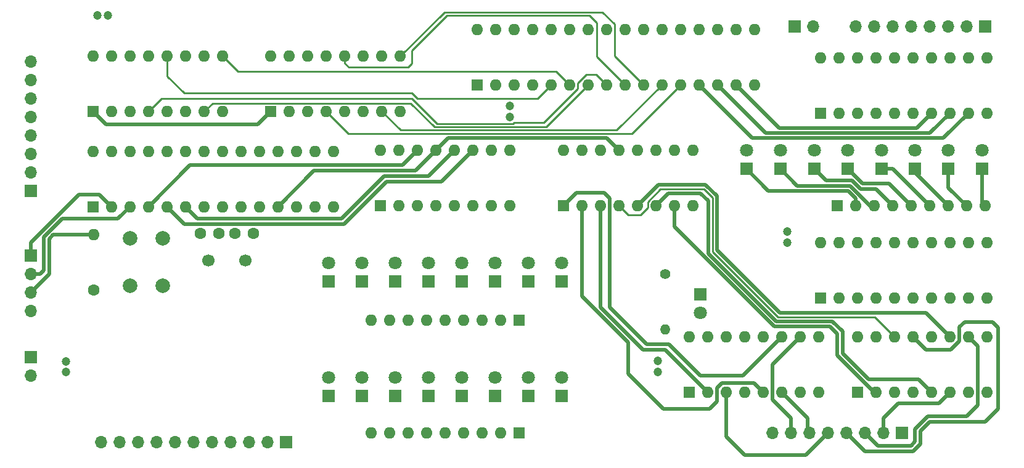
<source format=gbr>
%TF.GenerationSoftware,KiCad,Pcbnew,(5.1.9-0-10_14)*%
%TF.CreationDate,2021-05-02T01:57:54-04:00*%
%TF.ProjectId,RAM_PROGRAMMER,52414d5f-5052-44f4-9752-414d4d45522e,rev?*%
%TF.SameCoordinates,Original*%
%TF.FileFunction,Copper,L2,Inr*%
%TF.FilePolarity,Positive*%
%FSLAX46Y46*%
G04 Gerber Fmt 4.6, Leading zero omitted, Abs format (unit mm)*
G04 Created by KiCad (PCBNEW (5.1.9-0-10_14)) date 2021-05-02 01:57:54*
%MOMM*%
%LPD*%
G01*
G04 APERTURE LIST*
%TA.AperFunction,ComponentPad*%
%ADD10O,1.400000X1.400000*%
%TD*%
%TA.AperFunction,ComponentPad*%
%ADD11C,1.400000*%
%TD*%
%TA.AperFunction,ComponentPad*%
%ADD12C,1.800000*%
%TD*%
%TA.AperFunction,ComponentPad*%
%ADD13R,1.800000X1.800000*%
%TD*%
%TA.AperFunction,ComponentPad*%
%ADD14O,1.700000X1.700000*%
%TD*%
%TA.AperFunction,ComponentPad*%
%ADD15R,1.700000X1.700000*%
%TD*%
%TA.AperFunction,ComponentPad*%
%ADD16C,1.200000*%
%TD*%
%TA.AperFunction,ComponentPad*%
%ADD17O,1.600000X1.600000*%
%TD*%
%TA.AperFunction,ComponentPad*%
%ADD18R,1.600000X1.600000*%
%TD*%
%TA.AperFunction,ComponentPad*%
%ADD19C,1.700000*%
%TD*%
%TA.AperFunction,ComponentPad*%
%ADD20C,2.000000*%
%TD*%
%TA.AperFunction,ComponentPad*%
%ADD21C,1.600000*%
%TD*%
%TA.AperFunction,Conductor*%
%ADD22C,0.250000*%
%TD*%
%TA.AperFunction,Conductor*%
%ADD23C,0.500000*%
%TD*%
G04 APERTURE END LIST*
D10*
%TO.N,GND*%
%TO.C,R2*%
X174220000Y-122174000D03*
D11*
%TO.N,Net-(D25-Pad1)*%
X174220000Y-114554000D03*
%TD*%
D12*
%TO.N,/RAM_WE*%
%TO.C,D25*%
X179046000Y-119888000D03*
D13*
%TO.N,Net-(D25-Pad1)*%
X179046000Y-117348000D03*
%TD*%
D14*
%TO.N,Net-(J7-Pad11)*%
%TO.C,J7*%
X96750000Y-137668000D03*
%TO.N,Net-(J7-Pad10)*%
X99290000Y-137668000D03*
%TO.N,Net-(J7-Pad9)*%
X101830000Y-137668000D03*
%TO.N,Net-(J7-Pad8)*%
X104370000Y-137668000D03*
%TO.N,Net-(J7-Pad7)*%
X106910000Y-137668000D03*
%TO.N,Net-(J7-Pad6)*%
X109450000Y-137668000D03*
%TO.N,Net-(J7-Pad5)*%
X111990000Y-137668000D03*
%TO.N,Net-(J7-Pad4)*%
X114530000Y-137668000D03*
%TO.N,Net-(J7-Pad3)*%
X117070000Y-137668000D03*
%TO.N,Net-(J7-Pad2)*%
X119610000Y-137668000D03*
D15*
%TO.N,Net-(J7-Pad1)*%
X122150000Y-137668000D03*
%TD*%
D14*
%TO.N,GND*%
%TO.C,J6*%
X87098000Y-119634000D03*
%TO.N,/RESET*%
X87098000Y-117094000D03*
%TO.N,/TX*%
X87098000Y-114554000D03*
D15*
%TO.N,/RX*%
X87098000Y-112014000D03*
%TD*%
D16*
%TO.N,GND*%
%TO.C,C7*%
X97742000Y-78994000D03*
%TO.N,+5V*%
X96242000Y-78994000D03*
%TD*%
D14*
%TO.N,/RAM_OUT*%
%TO.C,J5*%
X194540000Y-80518000D03*
D15*
%TO.N,/RAM_READY*%
X192000000Y-80518000D03*
%TD*%
D17*
%TO.N,+5V*%
%TO.C,U10*%
X195556000Y-84836000D03*
%TO.N,GND*%
X218416000Y-92456000D03*
%TO.N,/RAM_OUT*%
X198096000Y-84836000D03*
%TO.N,Net-(D8-Pad2)*%
X215876000Y-92456000D03*
%TO.N,Net-(J4-Pad8)*%
X200636000Y-84836000D03*
%TO.N,Net-(D7-Pad2)*%
X213336000Y-92456000D03*
%TO.N,Net-(J4-Pad7)*%
X203176000Y-84836000D03*
%TO.N,Net-(D6-Pad2)*%
X210796000Y-92456000D03*
%TO.N,Net-(J4-Pad6)*%
X205716000Y-84836000D03*
%TO.N,Net-(D5-Pad2)*%
X208256000Y-92456000D03*
%TO.N,Net-(J4-Pad5)*%
X208256000Y-84836000D03*
%TO.N,Net-(D4-Pad2)*%
X205716000Y-92456000D03*
%TO.N,Net-(J4-Pad4)*%
X210796000Y-84836000D03*
%TO.N,Net-(D3-Pad2)*%
X203176000Y-92456000D03*
%TO.N,Net-(J4-Pad3)*%
X213336000Y-84836000D03*
%TO.N,Net-(D2-Pad2)*%
X200636000Y-92456000D03*
%TO.N,Net-(J4-Pad2)*%
X215876000Y-84836000D03*
%TO.N,Net-(D1-Pad2)*%
X198096000Y-92456000D03*
%TO.N,Net-(J4-Pad1)*%
X218416000Y-84836000D03*
D18*
%TO.N,+5V*%
X195556000Y-92456000D03*
%TD*%
D16*
%TO.N,GND*%
%TO.C,C6*%
X173204000Y-127992000D03*
%TO.N,+5V*%
X173204000Y-126492000D03*
%TD*%
D14*
%TO.N,Net-(J4-Pad8)*%
%TO.C,J4*%
X200382000Y-80518000D03*
%TO.N,Net-(J4-Pad7)*%
X202922000Y-80518000D03*
%TO.N,Net-(J4-Pad6)*%
X205462000Y-80518000D03*
%TO.N,Net-(J4-Pad5)*%
X208002000Y-80518000D03*
%TO.N,Net-(J4-Pad4)*%
X210542000Y-80518000D03*
%TO.N,Net-(J4-Pad3)*%
X213082000Y-80518000D03*
%TO.N,Net-(J4-Pad2)*%
X215622000Y-80518000D03*
D15*
%TO.N,Net-(J4-Pad1)*%
X218162000Y-80518000D03*
%TD*%
D19*
%TO.N,Net-(C2-Pad2)*%
%TO.C,Y1*%
X116558000Y-112698000D03*
%TO.N,Net-(C1-Pad2)*%
X111558000Y-112698000D03*
%TD*%
D17*
%TO.N,+5V*%
%TO.C,U9*%
X177546000Y-123190000D03*
%TO.N,GND*%
X195326000Y-130810000D03*
X180086000Y-123190000D03*
%TO.N,/DATA6*%
X192786000Y-130810000D03*
%TO.N,/D8*%
X182626000Y-123190000D03*
%TO.N,/DATA_IN6*%
X190246000Y-130810000D03*
%TO.N,/DATA_IN8*%
X185166000Y-123190000D03*
%TO.N,/D6*%
X187706000Y-130810000D03*
%TO.N,/DATA8*%
X187706000Y-123190000D03*
%TO.N,/DATA5*%
X185166000Y-130810000D03*
%TO.N,/D7*%
X190246000Y-123190000D03*
%TO.N,/DATA_IN5*%
X182626000Y-130810000D03*
%TO.N,/DATA_IN7*%
X192786000Y-123190000D03*
%TO.N,/D5*%
X180086000Y-130810000D03*
%TO.N,/DATA7*%
X195326000Y-123190000D03*
D18*
%TO.N,/RAM_WE*%
X177546000Y-130810000D03*
%TD*%
D17*
%TO.N,+5V*%
%TO.C,U8*%
X200660000Y-123190000D03*
%TO.N,GND*%
X218440000Y-130810000D03*
X203200000Y-123190000D03*
%TO.N,/DATA2*%
X215900000Y-130810000D03*
%TO.N,/D4*%
X205740000Y-123190000D03*
%TO.N,/DATA_IN2*%
X213360000Y-130810000D03*
%TO.N,/DATA_IN4*%
X208280000Y-123190000D03*
%TO.N,/D2*%
X210820000Y-130810000D03*
%TO.N,/DATA4*%
X210820000Y-123190000D03*
%TO.N,/DATA1*%
X208280000Y-130810000D03*
%TO.N,/D3*%
X213360000Y-123190000D03*
%TO.N,/DATA_IN1*%
X205740000Y-130810000D03*
%TO.N,/DATA_IN3*%
X215900000Y-123190000D03*
%TO.N,/D1*%
X203200000Y-130810000D03*
%TO.N,/DATA3*%
X218440000Y-123190000D03*
D18*
%TO.N,/PROG_RAM_WE*%
X200660000Y-130810000D03*
%TD*%
D17*
%TO.N,+5V*%
%TO.C,U7*%
X95710000Y-84582000D03*
%TO.N,GND*%
X113490000Y-92202000D03*
X98250000Y-84582000D03*
%TO.N,/A6*%
X110950000Y-92202000D03*
%TO.N,/ADR8*%
X100790000Y-84582000D03*
%TO.N,/ADR_IN6*%
X108410000Y-92202000D03*
%TO.N,/ADR_IN8*%
X103330000Y-84582000D03*
%TO.N,/ADR6*%
X105870000Y-92202000D03*
%TO.N,/A8*%
X105870000Y-84582000D03*
%TO.N,/A5*%
X103330000Y-92202000D03*
%TO.N,/ADR7*%
X108410000Y-84582000D03*
%TO.N,/ADR_IN5*%
X100790000Y-92202000D03*
%TO.N,/ADR_IN7*%
X110950000Y-84582000D03*
%TO.N,/ADR5*%
X98250000Y-92202000D03*
%TO.N,/A7*%
X113490000Y-84582000D03*
D18*
%TO.N,/RAM_WE*%
X95710000Y-92202000D03*
%TD*%
D17*
%TO.N,+5V*%
%TO.C,U6*%
X120094000Y-84582000D03*
%TO.N,GND*%
X137874000Y-92202000D03*
X122634000Y-84582000D03*
%TO.N,/A2*%
X135334000Y-92202000D03*
%TO.N,/ADR4*%
X125174000Y-84582000D03*
%TO.N,/ADR_IN2*%
X132794000Y-92202000D03*
%TO.N,/ADR_IN4*%
X127714000Y-84582000D03*
%TO.N,/ADR2*%
X130254000Y-92202000D03*
%TO.N,/A4*%
X130254000Y-84582000D03*
%TO.N,/A1*%
X127714000Y-92202000D03*
%TO.N,/ADR3*%
X132794000Y-84582000D03*
%TO.N,/ADR_IN1*%
X125174000Y-92202000D03*
%TO.N,/ADR_IN3*%
X135334000Y-84582000D03*
%TO.N,/ADR1*%
X122634000Y-92202000D03*
%TO.N,/A3*%
X137874000Y-84582000D03*
D18*
%TO.N,/RAM_WE*%
X120094000Y-92202000D03*
%TD*%
%TO.N,/D7*%
%TO.C,U5*%
X160274000Y-105156000D03*
D17*
%TO.N,Net-(U5-Pad9)*%
X178054000Y-97536000D03*
%TO.N,/D6*%
X162814000Y-105156000D03*
%TO.N,+5V*%
X175514000Y-97536000D03*
%TO.N,/D5*%
X165354000Y-105156000D03*
%TO.N,/SH_CLK*%
X172974000Y-97536000D03*
%TO.N,/D4*%
X167894000Y-105156000D03*
%TO.N,/SH_LATCH*%
X170434000Y-97536000D03*
%TO.N,/D3*%
X170434000Y-105156000D03*
%TO.N,/SH_OE*%
X167894000Y-97536000D03*
%TO.N,/D2*%
X172974000Y-105156000D03*
%TO.N,Net-(U3-Pad9)*%
X165354000Y-97536000D03*
%TO.N,/D1*%
X175514000Y-105156000D03*
%TO.N,/D8*%
X162814000Y-97536000D03*
%TO.N,GND*%
X178054000Y-105156000D03*
%TO.N,+5V*%
X160274000Y-97536000D03*
%TD*%
%TO.N,+5V*%
%TO.C,U4*%
X195556000Y-110236000D03*
%TO.N,GND*%
X218416000Y-117856000D03*
%TO.N,/RAM_WE*%
X198096000Y-110236000D03*
%TO.N,/DATA1*%
X215876000Y-117856000D03*
%TO.N,Net-(D1-Pad2)*%
X200636000Y-110236000D03*
%TO.N,/DATA2*%
X213336000Y-117856000D03*
%TO.N,Net-(D2-Pad2)*%
X203176000Y-110236000D03*
%TO.N,/DATA3*%
X210796000Y-117856000D03*
%TO.N,Net-(D3-Pad2)*%
X205716000Y-110236000D03*
%TO.N,/DATA4*%
X208256000Y-117856000D03*
%TO.N,Net-(D4-Pad2)*%
X208256000Y-110236000D03*
%TO.N,/DATA5*%
X205716000Y-117856000D03*
%TO.N,Net-(D5-Pad2)*%
X210796000Y-110236000D03*
%TO.N,/DATA6*%
X203176000Y-117856000D03*
%TO.N,Net-(D6-Pad2)*%
X213336000Y-110236000D03*
%TO.N,/DATA7*%
X200636000Y-117856000D03*
%TO.N,Net-(D7-Pad2)*%
X215876000Y-110236000D03*
%TO.N,/DATA8*%
X198096000Y-117856000D03*
%TO.N,Net-(D8-Pad2)*%
X218416000Y-110236000D03*
D18*
%TO.N,+5V*%
X195556000Y-117856000D03*
%TD*%
D17*
%TO.N,+5V*%
%TO.C,U3*%
X135128000Y-97536000D03*
%TO.N,GND*%
X152908000Y-105156000D03*
%TO.N,/ADR8*%
X137668000Y-97536000D03*
%TO.N,/ADR1*%
X150368000Y-105156000D03*
%TO.N,/SH_DATA*%
X140208000Y-97536000D03*
%TO.N,/ADR2*%
X147828000Y-105156000D03*
%TO.N,/SH_OE*%
X142748000Y-97536000D03*
%TO.N,/ADR3*%
X145288000Y-105156000D03*
%TO.N,/SH_LATCH*%
X145288000Y-97536000D03*
%TO.N,/ADR4*%
X142748000Y-105156000D03*
%TO.N,/SH_CLK*%
X147828000Y-97536000D03*
%TO.N,/ADR5*%
X140208000Y-105156000D03*
%TO.N,+5V*%
X150368000Y-97536000D03*
%TO.N,/ADR6*%
X137668000Y-105156000D03*
%TO.N,Net-(U3-Pad9)*%
X152908000Y-97536000D03*
D18*
%TO.N,/ADR7*%
X135128000Y-105156000D03*
%TD*%
D17*
%TO.N,+5V*%
%TO.C,U2*%
X148410000Y-80946000D03*
%TO.N,GND*%
X186510000Y-88566000D03*
X150950000Y-80946000D03*
%TO.N,Net-(D6-Pad2)*%
X183970000Y-88566000D03*
%TO.N,+5V*%
X153490000Y-80946000D03*
%TO.N,Net-(D7-Pad2)*%
X181430000Y-88566000D03*
%TO.N,/RAM_WE*%
X156030000Y-80946000D03*
%TO.N,Net-(D8-Pad2)*%
X178890000Y-88566000D03*
%TO.N,GND*%
X158570000Y-80946000D03*
%TO.N,/A1*%
X176350000Y-88566000D03*
%TO.N,GND*%
X161110000Y-80946000D03*
%TO.N,/A2*%
X173810000Y-88566000D03*
%TO.N,GND*%
X163650000Y-80946000D03*
%TO.N,/A3*%
X171270000Y-88566000D03*
%TO.N,GND*%
X166190000Y-80946000D03*
%TO.N,/A4*%
X168730000Y-88566000D03*
%TO.N,/RAM_OE*%
X168730000Y-80946000D03*
%TO.N,/A5*%
X166190000Y-88566000D03*
%TO.N,GND*%
X171270000Y-80946000D03*
%TO.N,/A6*%
X163650000Y-88566000D03*
%TO.N,GND*%
X173810000Y-80946000D03*
%TO.N,/A7*%
X161110000Y-88566000D03*
%TO.N,Net-(D1-Pad2)*%
X176350000Y-80946000D03*
%TO.N,/A8*%
X158570000Y-88566000D03*
%TO.N,Net-(D2-Pad2)*%
X178890000Y-80946000D03*
%TO.N,GND*%
X156030000Y-88566000D03*
%TO.N,Net-(D3-Pad2)*%
X181430000Y-80946000D03*
%TO.N,GND*%
X153490000Y-88566000D03*
%TO.N,Net-(D4-Pad2)*%
X183970000Y-80946000D03*
%TO.N,GND*%
X150950000Y-88566000D03*
%TO.N,Net-(D5-Pad2)*%
X186510000Y-80946000D03*
D18*
%TO.N,Net-(U2-Pad1)*%
X148410000Y-88566000D03*
%TD*%
D17*
%TO.N,Net-(J7-Pad11)*%
%TO.C,U1*%
X95664000Y-97670000D03*
%TO.N,/RAM_READY*%
X128684000Y-105290000D03*
%TO.N,Net-(J7-Pad10)*%
X98204000Y-97670000D03*
%TO.N,/RAM_OE*%
X126144000Y-105290000D03*
%TO.N,Net-(J7-Pad9)*%
X100744000Y-97670000D03*
%TO.N,/RAM_WE*%
X123604000Y-105290000D03*
%TO.N,Net-(J7-Pad8)*%
X103284000Y-97670000D03*
%TO.N,/SH_OE*%
X121064000Y-105290000D03*
%TO.N,Net-(J7-Pad7)*%
X105824000Y-97670000D03*
%TO.N,Net-(C2-Pad2)*%
X118524000Y-105290000D03*
%TO.N,Net-(J7-Pad6)*%
X108364000Y-97670000D03*
%TO.N,Net-(C1-Pad2)*%
X115984000Y-105290000D03*
%TO.N,GND*%
X110904000Y-97670000D03*
X113444000Y-105290000D03*
%TO.N,Net-(U1-Pad21)*%
X113444000Y-97670000D03*
%TO.N,+5V*%
X110904000Y-105290000D03*
X115984000Y-97670000D03*
%TO.N,/SH_LATCH*%
X108364000Y-105290000D03*
%TO.N,Net-(J7-Pad5)*%
X118524000Y-97670000D03*
%TO.N,/SH_CLK*%
X105824000Y-105290000D03*
%TO.N,Net-(J7-Pad4)*%
X121064000Y-97670000D03*
%TO.N,/SH_DATA*%
X103284000Y-105290000D03*
%TO.N,Net-(J7-Pad3)*%
X123604000Y-97670000D03*
%TO.N,/TX*%
X100744000Y-105290000D03*
%TO.N,Net-(J7-Pad2)*%
X126144000Y-97670000D03*
%TO.N,/RX*%
X98204000Y-105290000D03*
%TO.N,Net-(J7-Pad1)*%
X128684000Y-97670000D03*
D18*
%TO.N,/RESET*%
X95664000Y-105290000D03*
%TD*%
D20*
%TO.N,GND*%
%TO.C,SW1*%
X105230000Y-116174000D03*
%TO.N,/RESET*%
X100730000Y-116174000D03*
%TO.N,GND*%
X105230000Y-109674000D03*
%TO.N,/RESET*%
X100730000Y-109674000D03*
%TD*%
D17*
%TO.N,Net-(D10-Pad1)*%
%TO.C,RN3*%
X133834000Y-120904000D03*
%TO.N,Net-(D12-Pad1)*%
X136374000Y-120904000D03*
%TO.N,Net-(D14-Pad1)*%
X138914000Y-120904000D03*
%TO.N,Net-(D16-Pad1)*%
X141454000Y-120904000D03*
%TO.N,Net-(D18-Pad1)*%
X143994000Y-120904000D03*
%TO.N,Net-(D20-Pad1)*%
X146534000Y-120904000D03*
%TO.N,Net-(D22-Pad1)*%
X149074000Y-120904000D03*
%TO.N,Net-(D24-Pad1)*%
X151614000Y-120904000D03*
D18*
%TO.N,GND*%
X154154000Y-120904000D03*
%TD*%
D17*
%TO.N,Net-(D9-Pad1)*%
%TO.C,RN2*%
X133858000Y-136398000D03*
%TO.N,Net-(D11-Pad1)*%
X136398000Y-136398000D03*
%TO.N,Net-(D13-Pad1)*%
X138938000Y-136398000D03*
%TO.N,Net-(D15-Pad1)*%
X141478000Y-136398000D03*
%TO.N,Net-(D17-Pad1)*%
X144018000Y-136398000D03*
%TO.N,Net-(D19-Pad1)*%
X146558000Y-136398000D03*
%TO.N,Net-(D21-Pad1)*%
X149098000Y-136398000D03*
%TO.N,Net-(D23-Pad1)*%
X151638000Y-136398000D03*
D18*
%TO.N,GND*%
X154178000Y-136398000D03*
%TD*%
D17*
%TO.N,Net-(D8-Pad1)*%
%TO.C,RN1*%
X218162000Y-105156000D03*
%TO.N,Net-(D7-Pad1)*%
X215622000Y-105156000D03*
%TO.N,Net-(D6-Pad1)*%
X213082000Y-105156000D03*
%TO.N,Net-(D5-Pad1)*%
X210542000Y-105156000D03*
%TO.N,Net-(D4-Pad1)*%
X208002000Y-105156000D03*
%TO.N,Net-(D3-Pad1)*%
X205462000Y-105156000D03*
%TO.N,Net-(D2-Pad1)*%
X202922000Y-105156000D03*
%TO.N,Net-(D1-Pad1)*%
X200382000Y-105156000D03*
D18*
%TO.N,GND*%
X197842000Y-105156000D03*
%TD*%
D17*
%TO.N,/RESET*%
%TO.C,R1*%
X95730000Y-109154000D03*
D21*
%TO.N,+5V*%
X95730000Y-116774000D03*
%TD*%
D14*
%TO.N,/DATA_IN8*%
%TO.C,J3*%
X188952000Y-136398000D03*
%TO.N,/DATA_IN7*%
X191492000Y-136398000D03*
%TO.N,/DATA_IN6*%
X194032000Y-136398000D03*
%TO.N,/DATA_IN5*%
X196572000Y-136398000D03*
%TO.N,/DATA_IN4*%
X199112000Y-136398000D03*
%TO.N,/DATA_IN3*%
X201652000Y-136398000D03*
%TO.N,/DATA_IN2*%
X204192000Y-136398000D03*
D15*
%TO.N,/DATA_IN1*%
X206732000Y-136398000D03*
%TD*%
D14*
%TO.N,/ADR_IN8*%
%TO.C,J2*%
X87098000Y-85368000D03*
%TO.N,/ADR_IN7*%
X87098000Y-87908000D03*
%TO.N,/ADR_IN6*%
X87098000Y-90448000D03*
%TO.N,/ADR_IN5*%
X87098000Y-92988000D03*
%TO.N,/ADR_IN4*%
X87098000Y-95528000D03*
%TO.N,/ADR_IN3*%
X87098000Y-98068000D03*
%TO.N,/ADR_IN2*%
X87098000Y-100608000D03*
D15*
%TO.N,/ADR_IN1*%
X87098000Y-103148000D03*
%TD*%
D14*
%TO.N,+5V*%
%TO.C,J1*%
X87098000Y-128524000D03*
D15*
%TO.N,GND*%
X87098000Y-125984000D03*
%TD*%
D12*
%TO.N,/ADR1*%
%TO.C,D24*%
X160020000Y-113030000D03*
D13*
%TO.N,Net-(D24-Pad1)*%
X160020000Y-115570000D03*
%TD*%
D12*
%TO.N,/D1*%
%TO.C,D23*%
X160020000Y-128778000D03*
D13*
%TO.N,Net-(D23-Pad1)*%
X160020000Y-131318000D03*
%TD*%
D12*
%TO.N,/ADR2*%
%TO.C,D22*%
X155448000Y-113030000D03*
D13*
%TO.N,Net-(D22-Pad1)*%
X155448000Y-115570000D03*
%TD*%
D12*
%TO.N,/D2*%
%TO.C,D21*%
X155448000Y-128778000D03*
D13*
%TO.N,Net-(D21-Pad1)*%
X155448000Y-131318000D03*
%TD*%
D12*
%TO.N,/ADR3*%
%TO.C,D20*%
X150876000Y-113030000D03*
D13*
%TO.N,Net-(D20-Pad1)*%
X150876000Y-115570000D03*
%TD*%
D12*
%TO.N,/D3*%
%TO.C,D19*%
X150876000Y-128778000D03*
D13*
%TO.N,Net-(D19-Pad1)*%
X150876000Y-131318000D03*
%TD*%
D12*
%TO.N,/ADR4*%
%TO.C,D18*%
X146304000Y-113030000D03*
D13*
%TO.N,Net-(D18-Pad1)*%
X146304000Y-115570000D03*
%TD*%
D12*
%TO.N,/D4*%
%TO.C,D17*%
X146304000Y-128778000D03*
D13*
%TO.N,Net-(D17-Pad1)*%
X146304000Y-131318000D03*
%TD*%
D12*
%TO.N,/ADR5*%
%TO.C,D16*%
X141732000Y-113030000D03*
D13*
%TO.N,Net-(D16-Pad1)*%
X141732000Y-115570000D03*
%TD*%
D12*
%TO.N,/D5*%
%TO.C,D15*%
X141732000Y-128778000D03*
D13*
%TO.N,Net-(D15-Pad1)*%
X141732000Y-131318000D03*
%TD*%
D12*
%TO.N,/ADR6*%
%TO.C,D14*%
X137160000Y-113030000D03*
D13*
%TO.N,Net-(D14-Pad1)*%
X137160000Y-115570000D03*
%TD*%
D12*
%TO.N,/D6*%
%TO.C,D13*%
X137160000Y-128778000D03*
D13*
%TO.N,Net-(D13-Pad1)*%
X137160000Y-131318000D03*
%TD*%
D12*
%TO.N,/ADR7*%
%TO.C,D12*%
X132588000Y-113030000D03*
D13*
%TO.N,Net-(D12-Pad1)*%
X132588000Y-115570000D03*
%TD*%
D12*
%TO.N,/D7*%
%TO.C,D11*%
X132588000Y-128778000D03*
D13*
%TO.N,Net-(D11-Pad1)*%
X132588000Y-131318000D03*
%TD*%
D12*
%TO.N,/ADR8*%
%TO.C,D10*%
X128016000Y-113030000D03*
D13*
%TO.N,Net-(D10-Pad1)*%
X128016000Y-115570000D03*
%TD*%
D12*
%TO.N,/D8*%
%TO.C,D9*%
X128016000Y-128778000D03*
D13*
%TO.N,Net-(D9-Pad1)*%
X128016000Y-131318000D03*
%TD*%
D12*
%TO.N,Net-(D8-Pad2)*%
%TO.C,D8*%
X217754000Y-97572000D03*
D13*
%TO.N,Net-(D8-Pad1)*%
X217754000Y-100112000D03*
%TD*%
D12*
%TO.N,Net-(D7-Pad2)*%
%TO.C,D7*%
X213154000Y-97572000D03*
D13*
%TO.N,Net-(D7-Pad1)*%
X213154000Y-100112000D03*
%TD*%
D12*
%TO.N,Net-(D6-Pad2)*%
%TO.C,D6*%
X208554000Y-97572000D03*
D13*
%TO.N,Net-(D6-Pad1)*%
X208554000Y-100112000D03*
%TD*%
D12*
%TO.N,Net-(D5-Pad2)*%
%TO.C,D5*%
X203954000Y-97572000D03*
D13*
%TO.N,Net-(D5-Pad1)*%
X203954000Y-100112000D03*
%TD*%
D12*
%TO.N,Net-(D4-Pad2)*%
%TO.C,D4*%
X199354000Y-97572000D03*
D13*
%TO.N,Net-(D4-Pad1)*%
X199354000Y-100112000D03*
%TD*%
D12*
%TO.N,Net-(D3-Pad2)*%
%TO.C,D3*%
X194704000Y-97572000D03*
D13*
%TO.N,Net-(D3-Pad1)*%
X194704000Y-100112000D03*
%TD*%
D12*
%TO.N,Net-(D2-Pad2)*%
%TO.C,D2*%
X190054000Y-97572000D03*
D13*
%TO.N,Net-(D2-Pad1)*%
X190054000Y-100112000D03*
%TD*%
D12*
%TO.N,Net-(D1-Pad2)*%
%TO.C,D1*%
X185404000Y-97572000D03*
D13*
%TO.N,Net-(D1-Pad1)*%
X185404000Y-100112000D03*
%TD*%
D16*
%TO.N,GND*%
%TO.C,C5*%
X190984000Y-108736000D03*
%TO.N,+5V*%
X190984000Y-110236000D03*
%TD*%
%TO.N,GND*%
%TO.C,C4*%
X152884000Y-91464000D03*
%TO.N,+5V*%
X152884000Y-92964000D03*
%TD*%
%TO.N,GND*%
%TO.C,C3*%
X91948000Y-126550000D03*
%TO.N,+5V*%
X91948000Y-128050000D03*
%TD*%
D21*
%TO.N,Net-(C2-Pad2)*%
%TO.C,C2*%
X115178000Y-108952000D03*
%TO.N,GND*%
X117678000Y-108952000D03*
%TD*%
%TO.N,Net-(C1-Pad2)*%
%TO.C,C1*%
X112916000Y-108966000D03*
%TO.N,GND*%
X110416000Y-108966000D03*
%TD*%
D22*
%TO.N,/A8*%
X158570000Y-88566000D02*
X156712000Y-90424000D01*
X156712000Y-90424000D02*
X140184000Y-90424000D01*
X140184000Y-90424000D02*
X139422000Y-89662000D01*
X139422000Y-89662000D02*
X108180000Y-89662000D01*
X105870000Y-87352000D02*
X105870000Y-84582000D01*
X108180000Y-89662000D02*
X105870000Y-87352000D01*
%TO.N,/A7*%
X161110000Y-88566000D02*
X159234000Y-86690000D01*
X115598000Y-86690000D02*
X113490000Y-84582000D01*
X159234000Y-86690000D02*
X115598000Y-86690000D01*
%TO.N,/A6*%
X157876988Y-94339012D02*
X142575012Y-94339012D01*
X142575012Y-94339012D02*
X139312999Y-91076999D01*
X112075001Y-91076999D02*
X110950000Y-92202000D01*
X163650000Y-88566000D02*
X157876988Y-94339012D01*
X139312999Y-91076999D02*
X112075001Y-91076999D01*
%TO.N,/A5*%
X166190000Y-88566000D02*
X164746000Y-87122000D01*
X162235001Y-89106001D02*
X157615002Y-93726000D01*
X162235001Y-88315997D02*
X162235001Y-89106001D01*
X163428998Y-87122000D02*
X162235001Y-88315997D01*
X164746000Y-87122000D02*
X163428998Y-87122000D01*
X153491002Y-93726000D02*
X153328001Y-93889001D01*
X153328001Y-93889001D02*
X142887001Y-93889001D01*
X157615002Y-93726000D02*
X153491002Y-93726000D01*
X142887001Y-93889001D02*
X139422000Y-90424000D01*
X105108000Y-90424000D02*
X103330000Y-92202000D01*
X139422000Y-90424000D02*
X105108000Y-90424000D01*
%TO.N,/A4*%
X138914000Y-86106000D02*
X130786000Y-86106000D01*
X139422000Y-85598000D02*
X138914000Y-86106000D01*
X130254000Y-85574000D02*
X130254000Y-84582000D01*
X139422000Y-83820000D02*
X139422000Y-85598000D01*
X163806000Y-78994000D02*
X144248000Y-78994000D01*
X144248000Y-78994000D02*
X139422000Y-83820000D01*
X164822000Y-80010000D02*
X163806000Y-78994000D01*
X164822000Y-84658000D02*
X164822000Y-80010000D01*
X130786000Y-86106000D02*
X130254000Y-85574000D01*
X168730000Y-88566000D02*
X164822000Y-84658000D01*
%TO.N,/A3*%
X143912009Y-78543991D02*
X137874000Y-84582000D01*
X171270000Y-88566000D02*
X167315001Y-84611001D01*
X165641991Y-78543991D02*
X143912009Y-78543991D01*
X167315001Y-84611001D02*
X167315001Y-80217001D01*
X167315001Y-80217001D02*
X165641991Y-78543991D01*
%TO.N,/A2*%
X167586977Y-94789023D02*
X137921023Y-94789023D01*
X173810000Y-88566000D02*
X167586977Y-94789023D01*
X137921023Y-94789023D02*
X135334000Y-92202000D01*
%TO.N,/A1*%
X130751034Y-95239034D02*
X127714000Y-92202000D01*
X176350000Y-88566000D02*
X169676966Y-95239034D01*
X169676966Y-95239034D02*
X130751034Y-95239034D01*
D23*
%TO.N,/RAM_WE*%
X95710000Y-92202000D02*
X97488000Y-93980000D01*
X118316000Y-93980000D02*
X120094000Y-92202000D01*
X97488000Y-93980000D02*
X118316000Y-93980000D01*
%TO.N,/SH_OE*%
X126024000Y-100330000D02*
X121064000Y-105290000D01*
X139954000Y-100330000D02*
X126024000Y-100330000D01*
X142748000Y-97536000D02*
X139954000Y-100330000D01*
X166172045Y-95814045D02*
X167894000Y-97536000D01*
X142748000Y-97536000D02*
X144469955Y-95814045D01*
X144469955Y-95814045D02*
X166172045Y-95814045D01*
%TO.N,/SH_LATCH*%
X145288000Y-97536000D02*
X141732000Y-101092000D01*
X141732000Y-101092000D02*
X135612000Y-101092000D01*
X135612000Y-101092000D02*
X129770000Y-106934000D01*
X110008000Y-106934000D02*
X108364000Y-105290000D01*
X129770000Y-106934000D02*
X110008000Y-106934000D01*
%TO.N,/SH_CLK*%
X108235999Y-107701999D02*
X105824000Y-105290000D01*
X129764001Y-107701999D02*
X108235999Y-107701999D01*
X130177998Y-107696000D02*
X129770000Y-107696000D01*
X129770000Y-107696000D02*
X129764001Y-107701999D01*
X136019998Y-101854000D02*
X130177998Y-107696000D01*
X143510000Y-101854000D02*
X136019998Y-101854000D01*
X147828000Y-97536000D02*
X143510000Y-101854000D01*
%TO.N,/SH_DATA*%
X140208000Y-97536000D02*
X138176000Y-99568000D01*
X109006000Y-99568000D02*
X103284000Y-105290000D01*
X138176000Y-99568000D02*
X109006000Y-99568000D01*
%TO.N,/TX*%
X87098000Y-114554000D02*
X88368000Y-114554000D01*
X88368000Y-114554000D02*
X88876000Y-114046000D01*
X88876000Y-114046000D02*
X88876000Y-109474000D01*
X88876000Y-109474000D02*
X91416000Y-106934000D01*
X99100000Y-106934000D02*
X100744000Y-105290000D01*
X91416000Y-106934000D02*
X99100000Y-106934000D01*
%TO.N,/RX*%
X87098000Y-112014000D02*
X87098000Y-110236000D01*
X87098000Y-110236000D02*
X93702000Y-103632000D01*
X96546000Y-103632000D02*
X98204000Y-105290000D01*
X93702000Y-103632000D02*
X96546000Y-103632000D01*
%TO.N,/D7*%
X190246000Y-123190000D02*
X184912000Y-128524000D01*
X184912000Y-128524000D02*
X179046000Y-128524000D01*
X179046000Y-128524000D02*
X174728000Y-124206000D01*
X174728000Y-124206000D02*
X171680000Y-124206000D01*
X166604001Y-119130001D02*
X166604001Y-104144001D01*
X171680000Y-124206000D02*
X166604001Y-119130001D01*
X166604001Y-104144001D02*
X165838000Y-103378000D01*
X162052000Y-103378000D02*
X160274000Y-105156000D01*
X165838000Y-103378000D02*
X162052000Y-103378000D01*
%TO.N,/D6*%
X181336001Y-130249997D02*
X181336001Y-132075999D01*
X182025999Y-129559999D02*
X181336001Y-130249997D01*
X186455999Y-129559999D02*
X182025999Y-129559999D01*
X187706000Y-130810000D02*
X186455999Y-129559999D01*
X181336001Y-132075999D02*
X180316000Y-133096000D01*
X180316000Y-133096000D02*
X173966000Y-133096000D01*
X173966000Y-133096000D02*
X169140000Y-128270000D01*
X169140000Y-128270000D02*
X169140000Y-123952000D01*
X162814000Y-117626000D02*
X162814000Y-105156000D01*
X169140000Y-123952000D02*
X162814000Y-117626000D01*
%TO.N,/D5*%
X180086000Y-130810000D02*
X174244000Y-124968000D01*
X174244000Y-124968000D02*
X171172000Y-124968000D01*
X165354000Y-119150000D02*
X165354000Y-105156000D01*
X171172000Y-124968000D02*
X165354000Y-119150000D01*
D22*
%TO.N,/D4*%
X173594998Y-102870000D02*
X179554000Y-102870000D01*
X170829002Y-106426000D02*
X171848999Y-105406003D01*
X171848999Y-105406003D02*
X171848999Y-104615999D01*
X179554000Y-102870000D02*
X180756989Y-104072989D01*
X180756989Y-104072989D02*
X180756990Y-111490178D01*
X171848999Y-104615999D02*
X173594998Y-102870000D01*
X189729823Y-120463011D02*
X203013011Y-120463011D01*
X169164000Y-106426000D02*
X170829002Y-106426000D01*
X203013011Y-120463011D02*
X205740000Y-123190000D01*
X180756990Y-111490178D02*
X189729823Y-120463011D01*
X167894000Y-105156000D02*
X169164000Y-106426000D01*
D23*
%TO.N,/D3*%
X181332000Y-103834812D02*
X181332000Y-111252000D01*
X189968000Y-119888000D02*
X210058000Y-119888000D01*
X210058000Y-119888000D02*
X213360000Y-123190000D01*
X170434000Y-105156000D02*
X173295011Y-102294989D01*
X181332000Y-111252000D02*
X189968000Y-119888000D01*
X179792178Y-102294990D02*
X181332000Y-103834812D01*
X173295011Y-102294989D02*
X179792178Y-102294990D01*
%TO.N,/D2*%
X198604000Y-125476000D02*
X202160000Y-129032000D01*
X198604000Y-122428000D02*
X198604000Y-125476000D01*
X189491646Y-121038022D02*
X197214022Y-121038022D01*
X174684989Y-103445011D02*
X179113011Y-103445011D01*
X209042000Y-129032000D02*
X210820000Y-130810000D01*
X172974000Y-105156000D02*
X174684989Y-103445011D01*
X179113011Y-103445011D02*
X180181980Y-104513980D01*
X180181980Y-104513980D02*
X180181980Y-111728356D01*
X180181980Y-111728356D02*
X189491646Y-121038022D01*
X197214022Y-121038022D02*
X198604000Y-122428000D01*
X202160000Y-129032000D02*
X209042000Y-129032000D01*
%TO.N,/D1*%
X189201692Y-121738033D02*
X196898033Y-121738033D01*
X197903989Y-122743989D02*
X197903989Y-125765954D01*
X202948035Y-130810000D02*
X203200000Y-130810000D01*
X197903989Y-125765954D02*
X202948035Y-130810000D01*
X175514000Y-108050341D02*
X189201692Y-121738033D01*
X175514000Y-105156000D02*
X175514000Y-108050341D01*
X196898033Y-121738033D02*
X197903989Y-122743989D01*
%TO.N,Net-(D1-Pad1)*%
X200382000Y-104140000D02*
X200382000Y-105156000D01*
X199366000Y-103124000D02*
X200382000Y-104140000D01*
X188416000Y-103124000D02*
X199366000Y-103124000D01*
X185404000Y-100112000D02*
X188416000Y-103124000D01*
%TO.N,Net-(D2-Pad1)*%
X202387965Y-105156000D02*
X202922000Y-105156000D01*
X190054000Y-100112000D02*
X192365989Y-102423989D01*
X199655954Y-102423989D02*
X202387965Y-105156000D01*
X192365989Y-102423989D02*
X199655954Y-102423989D01*
%TO.N,Net-(D3-Pad1)*%
X196315978Y-101723978D02*
X199945908Y-101723978D01*
X194704000Y-100112000D02*
X196315978Y-101723978D01*
X203176000Y-102870000D02*
X205462000Y-105156000D01*
X201091928Y-102870000D02*
X203176000Y-102870000D01*
X199945908Y-101723978D02*
X201091928Y-102870000D01*
%TO.N,Net-(D4-Pad1)*%
X199354000Y-100112000D02*
X201350000Y-102108000D01*
X204954000Y-102108000D02*
X208002000Y-105156000D01*
X201350000Y-102108000D02*
X204954000Y-102108000D01*
%TO.N,Net-(D5-Pad1)*%
X205498000Y-100112000D02*
X210542000Y-105156000D01*
X203954000Y-100112000D02*
X205498000Y-100112000D01*
%TO.N,Net-(D6-Pad2)*%
X183970000Y-88566000D02*
X189892000Y-94488000D01*
X208764000Y-94488000D02*
X210796000Y-92456000D01*
X189892000Y-94488000D02*
X208764000Y-94488000D01*
%TO.N,Net-(D6-Pad1)*%
X208554000Y-100628000D02*
X213082000Y-105156000D01*
X208554000Y-100112000D02*
X208554000Y-100628000D01*
%TO.N,Net-(D7-Pad2)*%
X210603990Y-95188010D02*
X213336000Y-92456000D01*
X188052010Y-95188010D02*
X210603990Y-95188010D01*
X181430000Y-88566000D02*
X188052010Y-95188010D01*
%TO.N,Net-(D7-Pad1)*%
X213154000Y-102688000D02*
X215622000Y-105156000D01*
X213154000Y-100112000D02*
X213154000Y-102688000D01*
%TO.N,Net-(D8-Pad2)*%
X212443979Y-95888021D02*
X215876000Y-92456000D01*
X178890000Y-88566000D02*
X186212021Y-95888021D01*
X186212021Y-95888021D02*
X212443979Y-95888021D01*
%TO.N,Net-(D8-Pad1)*%
X217754000Y-104748000D02*
X218162000Y-105156000D01*
X217754000Y-100112000D02*
X217754000Y-104748000D01*
%TO.N,/DATA_IN7*%
X188995999Y-126980001D02*
X188995999Y-131869999D01*
X192786000Y-123190000D02*
X188995999Y-126980001D01*
X191492000Y-134366000D02*
X191492000Y-136398000D01*
X188995999Y-131869999D02*
X191492000Y-134366000D01*
%TO.N,/DATA_IN6*%
X190246000Y-130810000D02*
X193778000Y-134342000D01*
X193778000Y-136144000D02*
X194032000Y-136398000D01*
X193778000Y-134342000D02*
X193778000Y-136144000D01*
%TO.N,/DATA_IN5*%
X182626000Y-130810000D02*
X182626000Y-136930000D01*
X182626000Y-136930000D02*
X185142000Y-139446000D01*
X193524000Y-139446000D02*
X196572000Y-136398000D01*
X185142000Y-139446000D02*
X193524000Y-139446000D01*
%TO.N,/DATA_IN4*%
X208280000Y-123190000D02*
X210058000Y-124968000D01*
X214649999Y-123750003D02*
X214649999Y-121876001D01*
X213432002Y-124968000D02*
X214649999Y-123750003D01*
X210058000Y-124968000D02*
X213432002Y-124968000D01*
X214649999Y-121876001D02*
X215368000Y-121158000D01*
X215368000Y-121158000D02*
X219178000Y-121158000D01*
X219178000Y-121158000D02*
X219940000Y-121920000D01*
X219940000Y-121920000D02*
X219940000Y-133096000D01*
X219940000Y-133096000D02*
X218162000Y-134874000D01*
X218162000Y-134874000D02*
X210542000Y-134874000D01*
X210542000Y-134874000D02*
X209272000Y-136144000D01*
X209272000Y-136144000D02*
X209272000Y-137922000D01*
X209272000Y-137922000D02*
X208256000Y-138938000D01*
X201652000Y-138938000D02*
X199112000Y-136398000D01*
X208256000Y-138938000D02*
X201652000Y-138938000D01*
%TO.N,/DATA_IN3*%
X215900000Y-123190000D02*
X217150001Y-124440001D01*
X208571989Y-137606011D02*
X208002000Y-138176000D01*
X217150001Y-124440001D02*
X217150001Y-132583999D01*
X217150001Y-132583999D02*
X215622000Y-134112000D01*
X203430000Y-138176000D02*
X201652000Y-136398000D01*
X210314035Y-134112000D02*
X208571989Y-135854046D01*
X215622000Y-134112000D02*
X210314035Y-134112000D01*
X208571989Y-135854046D02*
X208571989Y-137606011D01*
X208002000Y-138176000D02*
X203430000Y-138176000D01*
%TO.N,/DATA_IN2*%
X213360000Y-130810000D02*
X211836000Y-132334000D01*
X211836000Y-132334000D02*
X206224000Y-132334000D01*
X204192000Y-134366000D02*
X204192000Y-136398000D01*
X206224000Y-132334000D02*
X204192000Y-134366000D01*
%TO.N,/RESET*%
X90212000Y-109154000D02*
X95730000Y-109154000D01*
X89638000Y-109728000D02*
X90212000Y-109154000D01*
X89638000Y-114554000D02*
X89638000Y-109728000D01*
X87098000Y-117094000D02*
X89638000Y-114554000D01*
%TD*%
M02*

</source>
